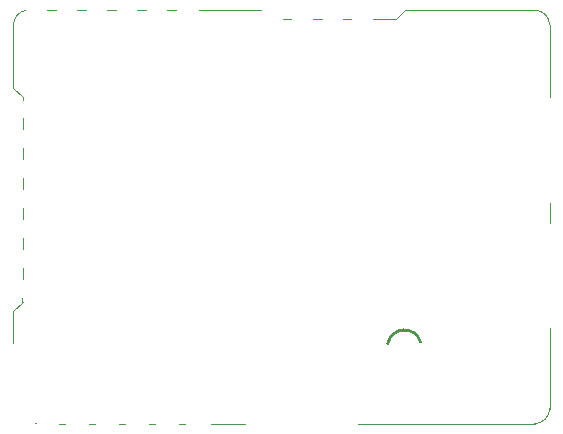
<source format=gko>
%FSLAX44Y44*%
%MOMM*%
G71*
G01*
G75*
G04 Layer_Color=16711935*
G04:AMPARAMS|DCode=10|XSize=2.8194mm|YSize=1.016mm|CornerRadius=0.508mm|HoleSize=0mm|Usage=FLASHONLY|Rotation=90.000|XOffset=0mm|YOffset=0mm|HoleType=Round|Shape=RoundedRectangle|*
%AMROUNDEDRECTD10*
21,1,2.8194,0.0000,0,0,90.0*
21,1,1.8034,1.0160,0,0,90.0*
1,1,1.0160,0.0000,0.9017*
1,1,1.0160,0.0000,-0.9017*
1,1,1.0160,0.0000,-0.9017*
1,1,1.0160,0.0000,0.9017*
%
%ADD10ROUNDEDRECTD10*%
G04:AMPARAMS|DCode=11|XSize=0.6096mm|YSize=1.7018mm|CornerRadius=0.3048mm|HoleSize=0mm|Usage=FLASHONLY|Rotation=0.000|XOffset=0mm|YOffset=0mm|HoleType=Round|Shape=RoundedRectangle|*
%AMROUNDEDRECTD11*
21,1,0.6096,1.0922,0,0,0.0*
21,1,0.0000,1.7018,0,0,0.0*
1,1,0.6096,0.0000,-0.5461*
1,1,0.6096,0.0000,-0.5461*
1,1,0.6096,0.0000,0.5461*
1,1,0.6096,0.0000,0.5461*
%
%ADD11ROUNDEDRECTD11*%
G04:AMPARAMS|DCode=12|XSize=0.508mm|YSize=0.6096mm|CornerRadius=0mm|HoleSize=0mm|Usage=FLASHONLY|Rotation=45.000|XOffset=0mm|YOffset=0mm|HoleType=Round|Shape=Rectangle|*
%AMROTATEDRECTD12*
4,1,4,0.0359,-0.3951,-0.3951,0.0359,-0.0359,0.3951,0.3951,-0.0359,0.0359,-0.3951,0.0*
%
%ADD12ROTATEDRECTD12*%

G04:AMPARAMS|DCode=13|XSize=0.3mm|YSize=1.8mm|CornerRadius=0mm|HoleSize=0mm|Usage=FLASHONLY|Rotation=225.000|XOffset=0mm|YOffset=0mm|HoleType=Round|Shape=Round|*
%AMOVALD13*
21,1,1.5000,0.3000,0.0000,0.0000,315.0*
1,1,0.3000,-0.5303,0.5303*
1,1,0.3000,0.5303,-0.5303*
%
%ADD13OVALD13*%

G04:AMPARAMS|DCode=14|XSize=0.3mm|YSize=1.8mm|CornerRadius=0mm|HoleSize=0mm|Usage=FLASHONLY|Rotation=315.000|XOffset=0mm|YOffset=0mm|HoleType=Round|Shape=Round|*
%AMOVALD14*
21,1,1.5000,0.3000,0.0000,0.0000,45.0*
1,1,0.3000,-0.5303,-0.5303*
1,1,0.3000,0.5303,0.5303*
%
%ADD14OVALD14*%

%ADD15R,0.6096X0.5080*%
%ADD16R,0.5080X0.6096*%
G04:AMPARAMS|DCode=17|XSize=0.508mm|YSize=0.6096mm|CornerRadius=0.127mm|HoleSize=0mm|Usage=FLASHONLY|Rotation=225.000|XOffset=0mm|YOffset=0mm|HoleType=Round|Shape=RoundedRectangle|*
%AMROUNDEDRECTD17*
21,1,0.5080,0.3556,0,0,225.0*
21,1,0.2540,0.6096,0,0,225.0*
1,1,0.2540,-0.2155,0.0359*
1,1,0.2540,-0.0359,0.2155*
1,1,0.2540,0.2155,-0.0359*
1,1,0.2540,0.0359,-0.2155*
%
%ADD17ROUNDEDRECTD17*%
%ADD18R,0.4318X1.3208*%
G04:AMPARAMS|DCode=19|XSize=0.6096mm|YSize=0.9144mm|CornerRadius=0.1524mm|HoleSize=0mm|Usage=FLASHONLY|Rotation=270.000|XOffset=0mm|YOffset=0mm|HoleType=Round|Shape=RoundedRectangle|*
%AMROUNDEDRECTD19*
21,1,0.6096,0.6096,0,0,270.0*
21,1,0.3048,0.9144,0,0,270.0*
1,1,0.3048,-0.3048,-0.1524*
1,1,0.3048,-0.3048,0.1524*
1,1,0.3048,0.3048,0.1524*
1,1,0.3048,0.3048,-0.1524*
%
%ADD19ROUNDEDRECTD19*%
G04:AMPARAMS|DCode=20|XSize=0.508mm|YSize=0.6096mm|CornerRadius=0.127mm|HoleSize=0mm|Usage=FLASHONLY|Rotation=90.000|XOffset=0mm|YOffset=0mm|HoleType=Round|Shape=RoundedRectangle|*
%AMROUNDEDRECTD20*
21,1,0.5080,0.3556,0,0,90.0*
21,1,0.2540,0.6096,0,0,90.0*
1,1,0.2540,0.1778,0.1270*
1,1,0.2540,0.1778,-0.1270*
1,1,0.2540,-0.1778,-0.1270*
1,1,0.2540,-0.1778,0.1270*
%
%ADD20ROUNDEDRECTD20*%
G04:AMPARAMS|DCode=21|XSize=0.4572mm|YSize=0.2286mm|CornerRadius=0.0572mm|HoleSize=0mm|Usage=FLASHONLY|Rotation=180.000|XOffset=0mm|YOffset=0mm|HoleType=Round|Shape=RoundedRectangle|*
%AMROUNDEDRECTD21*
21,1,0.4572,0.1143,0,0,180.0*
21,1,0.3429,0.2286,0,0,180.0*
1,1,0.1143,-0.1714,0.0572*
1,1,0.1143,0.1714,0.0572*
1,1,0.1143,0.1714,-0.0572*
1,1,0.1143,-0.1714,-0.0572*
%
%ADD21ROUNDEDRECTD21*%
G04:AMPARAMS|DCode=22|XSize=0.4572mm|YSize=0.2286mm|CornerRadius=0.0572mm|HoleSize=0mm|Usage=FLASHONLY|Rotation=90.000|XOffset=0mm|YOffset=0mm|HoleType=Round|Shape=RoundedRectangle|*
%AMROUNDEDRECTD22*
21,1,0.4572,0.1143,0,0,90.0*
21,1,0.3429,0.2286,0,0,90.0*
1,1,0.1143,0.0572,0.1714*
1,1,0.1143,0.0572,-0.1714*
1,1,0.1143,-0.0572,-0.1714*
1,1,0.1143,-0.0572,0.1714*
%
%ADD22ROUNDEDRECTD22*%
%ADD23R,0.9144X1.6002*%
G04:AMPARAMS|DCode=24|XSize=0.9144mm|YSize=1.6002mm|CornerRadius=0mm|HoleSize=0mm|Usage=FLASHONLY|Rotation=315.000|XOffset=0mm|YOffset=0mm|HoleType=Round|Shape=Rectangle|*
%AMROTATEDRECTD24*
4,1,4,-0.8891,-0.2425,0.2425,0.8891,0.8891,0.2425,-0.2425,-0.8891,-0.8891,-0.2425,0.0*
%
%ADD24ROTATEDRECTD24*%

%ADD25R,0.4064X0.4064*%
%ADD26R,0.6096X0.6096*%
%ADD27R,0.4572X1.7018*%
%ADD28R,0.4064X0.4064*%
%ADD29R,0.6096X0.6096*%
G04:AMPARAMS|DCode=30|XSize=1.4224mm|YSize=1.2192mm|CornerRadius=0mm|HoleSize=0mm|Usage=FLASHONLY|Rotation=315.019|XOffset=0mm|YOffset=0mm|HoleType=Round|Shape=Rectangle|*
%AMROTATEDRECTD30*
4,1,4,-0.9340,0.0715,-0.0722,0.9339,0.9340,-0.0715,0.0722,-0.9339,-0.9340,0.0715,0.0*
%
%ADD30ROTATEDRECTD30*%

%ADD31R,0.8128X0.8128*%
%ADD32R,1.1176X2.0066*%
%ADD33R,0.9144X0.7112*%
G04:AMPARAMS|DCode=34|XSize=0.7112mm|YSize=0.9144mm|CornerRadius=0.1778mm|HoleSize=0mm|Usage=FLASHONLY|Rotation=90.000|XOffset=0mm|YOffset=0mm|HoleType=Round|Shape=RoundedRectangle|*
%AMROUNDEDRECTD34*
21,1,0.7112,0.5588,0,0,90.0*
21,1,0.3556,0.9144,0,0,90.0*
1,1,0.3556,0.2794,0.1778*
1,1,0.3556,0.2794,-0.1778*
1,1,0.3556,-0.2794,-0.1778*
1,1,0.3556,-0.2794,0.1778*
%
%ADD34ROUNDEDRECTD34*%
G04:AMPARAMS|DCode=35|XSize=0.508mm|YSize=0.6096mm|CornerRadius=0mm|HoleSize=0mm|Usage=FLASHONLY|Rotation=270.010|XOffset=0mm|YOffset=0mm|HoleType=Round|Shape=Rectangle|*
%AMROTATEDRECTD35*
4,1,4,-0.3048,0.2540,0.3048,0.2541,0.3048,-0.2540,-0.3048,-0.2541,-0.3048,0.2540,0.0*
%
%ADD35ROTATEDRECTD35*%

G04:AMPARAMS|DCode=36|XSize=0.4064mm|YSize=1.0414mm|CornerRadius=0mm|HoleSize=0mm|Usage=FLASHONLY|Rotation=135.009|XOffset=0mm|YOffset=0mm|HoleType=Round|Shape=Rectangle|*
%AMROTATEDRECTD36*
4,1,4,0.5118,0.2246,-0.2244,-0.5119,-0.5118,-0.2246,0.2244,0.5119,0.5118,0.2246,0.0*
%
%ADD36ROTATEDRECTD36*%

G04:AMPARAMS|DCode=37|XSize=0.7112mm|YSize=0.9144mm|CornerRadius=0mm|HoleSize=0mm|Usage=FLASHONLY|Rotation=0.002|XOffset=0mm|YOffset=0mm|HoleType=Round|Shape=Rectangle|*
%AMROTATEDRECTD37*
4,1,4,-0.3556,-0.4572,-0.3556,0.4572,0.3556,0.4572,0.3556,-0.4572,-0.3556,-0.4572,0.0*
%
%ADD37ROTATEDRECTD37*%

%ADD38P,1.1495X4X315.0*%
G04:AMPARAMS|DCode=39|XSize=0.6604mm|YSize=0.3048mm|CornerRadius=0mm|HoleSize=0mm|Usage=FLASHONLY|Rotation=270.002|XOffset=0mm|YOffset=0mm|HoleType=Round|Shape=Rectangle|*
%AMROTATEDRECTD39*
4,1,4,-0.1524,0.3302,0.1524,0.3302,0.1524,-0.3302,-0.1524,-0.3302,-0.1524,0.3302,0.0*
%
%ADD39ROTATEDRECTD39*%

G04:AMPARAMS|DCode=40|XSize=0.6604mm|YSize=0.3048mm|CornerRadius=0mm|HoleSize=0mm|Usage=FLASHONLY|Rotation=180.002|XOffset=0mm|YOffset=0mm|HoleType=Round|Shape=Rectangle|*
%AMROTATEDRECTD40*
4,1,4,0.3302,0.1524,0.3302,-0.1524,-0.3302,-0.1524,-0.3302,0.1524,0.3302,0.1524,0.0*
%
%ADD40ROTATEDRECTD40*%

G04:AMPARAMS|DCode=41|XSize=0.7112mm|YSize=1.016mm|CornerRadius=0mm|HoleSize=0mm|Usage=FLASHONLY|Rotation=90.010|XOffset=0mm|YOffset=0mm|HoleType=Round|Shape=Rectangle|*
%AMROTATEDRECTD41*
4,1,4,0.5081,-0.3555,-0.5079,-0.3557,-0.5081,0.3555,0.5079,0.3557,0.5081,-0.3555,0.0*
%
%ADD41ROTATEDRECTD41*%

G04:AMPARAMS|DCode=42|XSize=0.7112mm|YSize=1.016mm|CornerRadius=0.1778mm|HoleSize=0mm|Usage=FLASHONLY|Rotation=90.010|XOffset=0mm|YOffset=0mm|HoleType=Round|Shape=RoundedRectangle|*
%AMROUNDEDRECTD42*
21,1,0.7112,0.6604,0,0,90.0*
21,1,0.3556,1.0160,0,0,90.0*
1,1,0.3556,0.3302,0.1779*
1,1,0.3556,0.3302,-0.1777*
1,1,0.3556,-0.3302,-0.1779*
1,1,0.3556,-0.3302,0.1777*
%
%ADD42ROUNDEDRECTD42*%
%ADD43R,0.4318X2.0066*%
%ADD44R,2.0066X0.4318*%
%ADD45R,3.5052X0.4318*%
G04:AMPARAMS|DCode=46|XSize=0.7112mm|YSize=0.9144mm|CornerRadius=0mm|HoleSize=0mm|Usage=FLASHONLY|Rotation=135.009|XOffset=0mm|YOffset=0mm|HoleType=Round|Shape=Rectangle|*
%AMROTATEDRECTD46*
4,1,4,0.5747,0.0719,-0.0717,-0.5747,-0.5747,-0.0719,0.0717,0.5747,0.5747,0.0719,0.0*
%
%ADD46ROTATEDRECTD46*%

G04:AMPARAMS|DCode=47|XSize=0.508mm|YSize=0.6096mm|CornerRadius=0mm|HoleSize=0mm|Usage=FLASHONLY|Rotation=0.002|XOffset=0mm|YOffset=0mm|HoleType=Round|Shape=Rectangle|*
%AMROTATEDRECTD47*
4,1,4,-0.2540,-0.3048,-0.2540,0.3048,0.2540,0.3048,0.2540,-0.3048,-0.2540,-0.3048,0.0*
%
%ADD47ROTATEDRECTD47*%

G04:AMPARAMS|DCode=48|XSize=0.6096mm|YSize=0.9144mm|CornerRadius=0.1524mm|HoleSize=0mm|Usage=FLASHONLY|Rotation=180.000|XOffset=0mm|YOffset=0mm|HoleType=Round|Shape=RoundedRectangle|*
%AMROUNDEDRECTD48*
21,1,0.6096,0.6096,0,0,180.0*
21,1,0.3048,0.9144,0,0,180.0*
1,1,0.3048,-0.1524,0.3048*
1,1,0.3048,0.1524,0.3048*
1,1,0.3048,0.1524,-0.3048*
1,1,0.3048,-0.1524,-0.3048*
%
%ADD48ROUNDEDRECTD48*%
G04:AMPARAMS|DCode=49|XSize=0.6096mm|YSize=0.9144mm|CornerRadius=0.1524mm|HoleSize=0mm|Usage=FLASHONLY|Rotation=45.000|XOffset=0mm|YOffset=0mm|HoleType=Round|Shape=RoundedRectangle|*
%AMROUNDEDRECTD49*
21,1,0.6096,0.6096,0,0,45.0*
21,1,0.3048,0.9144,0,0,45.0*
1,1,0.3048,0.3233,-0.1078*
1,1,0.3048,0.1078,-0.3233*
1,1,0.3048,-0.3233,0.1078*
1,1,0.3048,-0.1078,0.3233*
%
%ADD49ROUNDEDRECTD49*%
G04:AMPARAMS|DCode=50|XSize=0.7112mm|YSize=0.9144mm|CornerRadius=0mm|HoleSize=0mm|Usage=FLASHONLY|Rotation=45.011|XOffset=0mm|YOffset=0mm|HoleType=Round|Shape=Rectangle|*
%AMROTATEDRECTD50*
4,1,4,0.0720,-0.5747,-0.5747,0.0717,-0.0720,0.5747,0.5747,-0.0717,0.0720,-0.5747,0.0*
%
%ADD50ROTATEDRECTD50*%

G04:AMPARAMS|DCode=51|XSize=0.7112mm|YSize=0.9144mm|CornerRadius=0mm|HoleSize=0mm|Usage=FLASHONLY|Rotation=0.010|XOffset=0mm|YOffset=0mm|HoleType=Round|Shape=Rectangle|*
%AMROTATEDRECTD51*
4,1,4,-0.3555,-0.4573,-0.3557,0.4571,0.3555,0.4573,0.3557,-0.4571,-0.3555,-0.4573,0.0*
%
%ADD51ROTATEDRECTD51*%

G04:AMPARAMS|DCode=52|XSize=1.4224mm|YSize=1.0668mm|CornerRadius=0mm|HoleSize=0mm|Usage=FLASHONLY|Rotation=270.010|XOffset=0mm|YOffset=0mm|HoleType=Round|Shape=Rectangle|*
%AMROTATEDRECTD52*
4,1,4,-0.5335,0.7111,0.5333,0.7113,0.5335,-0.7111,-0.5333,-0.7113,-0.5335,0.7111,0.0*
%
%ADD52ROTATEDRECTD52*%

G04:AMPARAMS|DCode=53|XSize=0.7112mm|YSize=0.9144mm|CornerRadius=0mm|HoleSize=0mm|Usage=FLASHONLY|Rotation=90.010|XOffset=0mm|YOffset=0mm|HoleType=Round|Shape=Rectangle|*
%AMROTATEDRECTD53*
4,1,4,0.4573,-0.3555,-0.4571,-0.3557,-0.4573,0.3555,0.4571,0.3557,0.4573,-0.3555,0.0*
%
%ADD53ROTATEDRECTD53*%

G04:AMPARAMS|DCode=54|XSize=0.508mm|YSize=0.6096mm|CornerRadius=0mm|HoleSize=0mm|Usage=FLASHONLY|Rotation=135.000|XOffset=0mm|YOffset=0mm|HoleType=Round|Shape=Rectangle|*
%AMROTATEDRECTD54*
4,1,4,0.3951,0.0359,-0.0359,-0.3951,-0.3951,-0.0359,0.0359,0.3951,0.3951,0.0359,0.0*
%
%ADD54ROTATEDRECTD54*%

G04:AMPARAMS|DCode=55|XSize=0.5588mm|YSize=1.2192mm|CornerRadius=0.1397mm|HoleSize=0mm|Usage=FLASHONLY|Rotation=0.002|XOffset=0mm|YOffset=0mm|HoleType=Round|Shape=RoundedRectangle|*
%AMROUNDEDRECTD55*
21,1,0.5588,0.9398,0,0,0.0*
21,1,0.2794,1.2192,0,0,0.0*
1,1,0.2794,0.1397,-0.4699*
1,1,0.2794,-0.1397,-0.4699*
1,1,0.2794,-0.1397,0.4699*
1,1,0.2794,0.1397,0.4699*
%
%ADD55ROUNDEDRECTD55*%
G04:AMPARAMS|DCode=56|XSize=0.5588mm|YSize=1.2192mm|CornerRadius=0mm|HoleSize=0mm|Usage=FLASHONLY|Rotation=0.002|XOffset=0mm|YOffset=0mm|HoleType=Round|Shape=Rectangle|*
%AMROTATEDRECTD56*
4,1,4,-0.2794,-0.6096,-0.2794,0.6096,0.2794,0.6096,0.2794,-0.6096,-0.2794,-0.6096,0.0*
%
%ADD56ROTATEDRECTD56*%

G04:AMPARAMS|DCode=57|XSize=0.508mm|YSize=0.6096mm|CornerRadius=0mm|HoleSize=0mm|Usage=FLASHONLY|Rotation=135.009|XOffset=0mm|YOffset=0mm|HoleType=Round|Shape=Rectangle|*
%AMROTATEDRECTD57*
4,1,4,0.3951,0.0360,-0.0359,-0.3951,-0.3951,-0.0360,0.0359,0.3951,0.3951,0.0360,0.0*
%
%ADD57ROTATEDRECTD57*%

%ADD58R,1.4986X2.1082*%
%ADD59R,2.3876X1.9050*%
%ADD60R,1.1938X1.9050*%
%ADD61R,1.0160X1.1176*%
%ADD62R,1.3208X0.7112*%
%ADD63R,1.6002X0.9144*%
%ADD64C,0.1270*%
%ADD65C,0.3000*%
%ADD66C,0.5000*%
%ADD67C,0.7000*%
%ADD68C,0.2540*%
%ADD69C,0.3810*%
%ADD70O,2.5400X7.0000*%
%ADD71C,1.5000*%
%ADD72R,1.5000X1.5000*%
%ADD73C,4.1148*%
%ADD74C,4.6863*%
%ADD75R,1.2192X1.2192*%
%ADD76C,1.2192*%
%ADD77C,3.0861*%
%ADD78C,2.0860*%
G04:AMPARAMS|DCode=79|XSize=1.5mm|YSize=1mm|CornerRadius=0.25mm|HoleSize=0mm|Usage=FLASHONLY|Rotation=180.000|XOffset=0mm|YOffset=0mm|HoleType=Round|Shape=RoundedRectangle|*
%AMROUNDEDRECTD79*
21,1,1.5000,0.5000,0,0,180.0*
21,1,1.0000,1.0000,0,0,180.0*
1,1,0.5000,-0.5000,0.2500*
1,1,0.5000,0.5000,0.2500*
1,1,0.5000,0.5000,-0.2500*
1,1,0.5000,-0.5000,-0.2500*
%
%ADD79ROUNDEDRECTD79*%
%ADD80C,0.4500*%
%ADD81O,3.0000X9.0000*%
%ADD82R,0.7366X2.5000*%
%ADD83R,0.7366X2.7940*%
G04:AMPARAMS|DCode=84|XSize=1.016mm|YSize=1.016mm|CornerRadius=0.508mm|HoleSize=0mm|Usage=FLASHONLY|Rotation=90.000|XOffset=0mm|YOffset=0mm|HoleType=Round|Shape=RoundedRectangle|*
%AMROUNDEDRECTD84*
21,1,1.0160,0.0000,0,0,90.0*
21,1,0.0000,1.0160,0,0,90.0*
1,1,1.0160,0.0000,0.0000*
1,1,1.0160,0.0000,0.0000*
1,1,1.0160,0.0000,0.0000*
1,1,1.0160,0.0000,0.0000*
%
%ADD84ROUNDEDRECTD84*%
G04:AMPARAMS|DCode=85|XSize=1.27mm|YSize=1.27mm|CornerRadius=0.635mm|HoleSize=0mm|Usage=FLASHONLY|Rotation=90.000|XOffset=0mm|YOffset=0mm|HoleType=Round|Shape=RoundedRectangle|*
%AMROUNDEDRECTD85*
21,1,1.2700,0.0000,0,0,90.0*
21,1,0.0000,1.2700,0,0,90.0*
1,1,1.2700,0.0000,0.0000*
1,1,1.2700,0.0000,0.0000*
1,1,1.2700,0.0000,0.0000*
1,1,1.2700,0.0000,0.0000*
%
%ADD85ROUNDEDRECTD85*%
%ADD86C,0.0127*%
%ADD87C,0.6000*%
%ADD88C,0.2500*%
%ADD89C,0.1016*%
%ADD90C,0.3048*%
%ADD91C,0.2032*%
%ADD92C,0.0000*%
%ADD93C,0.0130*%
%ADD94C,0.2000*%
%ADD95C,0.1524*%
%ADD96C,0.5080*%
%ADD97C,1.6002*%
%ADD98C,0.4064*%
%ADD99R,0.0124X0.0218*%
%ADD100R,0.0232X0.0193*%
%ADD101R,0.0122X0.1005*%
%ADD102R,0.0225X0.1053*%
%ADD103R,1.3257X0.0530*%
%ADD104R,0.0055X0.0608*%
%ADD105R,0.7226X0.1174*%
%ADD106R,0.0406X0.0331*%
%ADD107R,0.0126X0.0144*%
%ADD108R,0.0245X0.0060*%
%ADD109R,0.0323X0.0218*%
%ADD110R,0.0323X0.0207*%
%ADD111R,0.0082X0.0146*%
%ADD112R,0.0254X0.0212*%
%ADD113R,0.0044X0.0416*%
%ADD114R,0.0337X0.0459*%
%ADD115R,0.0049X0.0274*%
%ADD116R,0.0497X0.0384*%
%ADD117R,0.0472X0.0218*%
%ADD118R,0.0427X0.0300*%
%ADD119R,0.0572X0.0286*%
%ADD120R,0.0335X0.0872*%
%ADD121R,0.0398X0.0221*%
%ADD122R,0.0732X0.0568*%
%ADD123R,0.0288X0.0181*%
%ADD124R,0.0393X0.0104*%
%ADD125R,0.0484X0.0328*%
%ADD126R,0.0541X0.0809*%
%ADD127R,0.0479X0.0922*%
%ADD128R,0.0304X0.0082*%
%ADD129R,0.0294X0.1092*%
%ADD130R,0.0278X0.0228*%
%ADD131R,0.0168X0.0271*%
%ADD132R,0.0227X0.0739*%
%ADD133R,0.0521X0.0883*%
%ADD134R,0.0356X0.1063*%
%ADD135R,0.0039X0.0299*%
%ADD136R,0.0735X0.0567*%
%ADD137R,0.0876X0.0324*%
%ADD138R,0.1143X0.0771*%
%ADD139R,0.0019X0.0732*%
%ADD140R,0.0077X0.0288*%
%ADD141R,0.0432X0.0393*%
%ADD142R,0.0587X0.0587*%
%ADD143R,0.1174X0.0587*%
%ADD144R,0.7209X0.1174*%
%ADD145R,0.1154X0.0734*%
%ADD146R,0.1174X0.5264*%
%ADD147R,0.7193X0.1174*%
%ADD148R,0.1174X0.5264*%
G04:AMPARAMS|DCode=149|XSize=0.1524mm|YSize=0.6048mm|CornerRadius=0mm|HoleSize=0mm|Usage=FLASHONLY|Rotation=45.000|XOffset=0mm|YOffset=0mm|HoleType=Round|Shape=Rectangle|*
%AMROTATEDRECTD149*
4,1,4,0.1600,-0.2677,-0.2677,0.1600,-0.1600,0.2677,0.2677,-0.1600,0.1600,-0.2677,0.0*
%
%ADD149ROTATEDRECTD149*%

%ADD150R,0.6048X0.1524*%
%ADD151R,0.1524X0.6048*%
G04:AMPARAMS|DCode=152|XSize=0.1524mm|YSize=0.6048mm|CornerRadius=0mm|HoleSize=0mm|Usage=FLASHONLY|Rotation=270.010|XOffset=0mm|YOffset=0mm|HoleType=Round|Shape=Rectangle|*
%AMROTATEDRECTD152*
4,1,4,-0.3024,0.0762,0.3024,0.0763,0.3024,-0.0762,-0.3024,-0.0763,-0.3024,0.0762,0.0*
%
%ADD152ROTATEDRECTD152*%

G04:AMPARAMS|DCode=153|XSize=0.1524mm|YSize=0.6048mm|CornerRadius=0mm|HoleSize=0mm|Usage=FLASHONLY|Rotation=0.002|XOffset=0mm|YOffset=0mm|HoleType=Round|Shape=Rectangle|*
%AMROTATEDRECTD153*
4,1,4,-0.0762,-0.3024,-0.0762,0.3024,0.0762,0.3024,0.0762,-0.3024,-0.0762,-0.3024,0.0*
%
%ADD153ROTATEDRECTD153*%

%ADD154R,0.7112X0.4064*%
G04:AMPARAMS|DCode=155|XSize=0.1524mm|YSize=0.6048mm|CornerRadius=0mm|HoleSize=0mm|Usage=FLASHONLY|Rotation=135.000|XOffset=0mm|YOffset=0mm|HoleType=Round|Shape=Rectangle|*
%AMROTATEDRECTD155*
4,1,4,0.2677,0.1600,-0.1600,-0.2677,-0.2677,-0.1600,0.1600,0.2677,0.2677,0.1600,0.0*
%
%ADD155ROTATEDRECTD155*%

%ADD156R,0.7620X0.4572*%
G04:AMPARAMS|DCode=157|XSize=2.6162mm|YSize=0.8128mm|CornerRadius=0.4064mm|HoleSize=0mm|Usage=FLASHONLY|Rotation=90.000|XOffset=0mm|YOffset=0mm|HoleType=Round|Shape=RoundedRectangle|*
%AMROUNDEDRECTD157*
21,1,2.6162,0.0000,0,0,90.0*
21,1,1.8034,0.8128,0,0,90.0*
1,1,0.8128,0.0000,0.9017*
1,1,0.8128,0.0000,-0.9017*
1,1,0.8128,0.0000,-0.9017*
1,1,0.8128,0.0000,0.9017*
%
%ADD157ROUNDEDRECTD157*%
G04:AMPARAMS|DCode=158|XSize=0.4064mm|YSize=1.4986mm|CornerRadius=0.2032mm|HoleSize=0mm|Usage=FLASHONLY|Rotation=0.000|XOffset=0mm|YOffset=0mm|HoleType=Round|Shape=RoundedRectangle|*
%AMROUNDEDRECTD158*
21,1,0.4064,1.0922,0,0,0.0*
21,1,0.0000,1.4986,0,0,0.0*
1,1,0.4064,0.0000,-0.5461*
1,1,0.4064,0.0000,-0.5461*
1,1,0.4064,0.0000,0.5461*
1,1,0.4064,0.0000,0.5461*
%
%ADD158ROUNDEDRECTD158*%
G04:AMPARAMS|DCode=159|XSize=0.3048mm|YSize=0.4064mm|CornerRadius=0mm|HoleSize=0mm|Usage=FLASHONLY|Rotation=45.000|XOffset=0mm|YOffset=0mm|HoleType=Round|Shape=Rectangle|*
%AMROTATEDRECTD159*
4,1,4,0.0359,-0.2515,-0.2515,0.0359,-0.0359,0.2515,0.2515,-0.0359,0.0359,-0.2515,0.0*
%
%ADD159ROTATEDRECTD159*%

G04:AMPARAMS|DCode=160|XSize=0.0968mm|YSize=1.5968mm|CornerRadius=0mm|HoleSize=0mm|Usage=FLASHONLY|Rotation=225.000|XOffset=0mm|YOffset=0mm|HoleType=Round|Shape=Round|*
%AMOVALD160*
21,1,1.5000,0.0968,0.0000,0.0000,315.0*
1,1,0.0968,-0.5303,0.5303*
1,1,0.0968,0.5303,-0.5303*
%
%ADD160OVALD160*%

G04:AMPARAMS|DCode=161|XSize=0.0968mm|YSize=1.5968mm|CornerRadius=0mm|HoleSize=0mm|Usage=FLASHONLY|Rotation=315.000|XOffset=0mm|YOffset=0mm|HoleType=Round|Shape=Round|*
%AMOVALD161*
21,1,1.5000,0.0968,0.0000,0.0000,45.0*
1,1,0.0968,-0.5303,-0.5303*
1,1,0.0968,0.5303,0.5303*
%
%ADD161OVALD161*%

%ADD162R,0.4064X0.3048*%
%ADD163R,0.3048X0.4064*%
G04:AMPARAMS|DCode=164|XSize=0.3048mm|YSize=0.4064mm|CornerRadius=0.0254mm|HoleSize=0mm|Usage=FLASHONLY|Rotation=225.000|XOffset=0mm|YOffset=0mm|HoleType=Round|Shape=RoundedRectangle|*
%AMROUNDEDRECTD164*
21,1,0.3048,0.3556,0,0,225.0*
21,1,0.2540,0.4064,0,0,225.0*
1,1,0.0508,-0.2155,0.0359*
1,1,0.0508,-0.0359,0.2155*
1,1,0.0508,0.2155,-0.0359*
1,1,0.0508,0.0359,-0.2155*
%
%ADD164ROUNDEDRECTD164*%
%ADD165R,0.2286X1.1176*%
G04:AMPARAMS|DCode=166|XSize=0.4064mm|YSize=0.7112mm|CornerRadius=0.0508mm|HoleSize=0mm|Usage=FLASHONLY|Rotation=270.000|XOffset=0mm|YOffset=0mm|HoleType=Round|Shape=RoundedRectangle|*
%AMROUNDEDRECTD166*
21,1,0.4064,0.6096,0,0,270.0*
21,1,0.3048,0.7112,0,0,270.0*
1,1,0.1016,-0.3048,-0.1524*
1,1,0.1016,-0.3048,0.1524*
1,1,0.1016,0.3048,0.1524*
1,1,0.1016,0.3048,-0.1524*
%
%ADD166ROUNDEDRECTD166*%
G04:AMPARAMS|DCode=167|XSize=0.3048mm|YSize=0.4064mm|CornerRadius=0.0254mm|HoleSize=0mm|Usage=FLASHONLY|Rotation=90.000|XOffset=0mm|YOffset=0mm|HoleType=Round|Shape=RoundedRectangle|*
%AMROUNDEDRECTD167*
21,1,0.3048,0.3556,0,0,90.0*
21,1,0.2540,0.4064,0,0,90.0*
1,1,0.0508,0.1778,0.1270*
1,1,0.0508,0.1778,-0.1270*
1,1,0.0508,-0.1778,-0.1270*
1,1,0.0508,-0.1778,0.1270*
%
%ADD167ROUNDEDRECTD167*%
G04:AMPARAMS|DCode=168|XSize=0.254mm|YSize=0.0254mm|CornerRadius=0mm|HoleSize=0mm|Usage=FLASHONLY|Rotation=180.000|XOffset=0mm|YOffset=0mm|HoleType=Round|Shape=RoundedRectangle|*
%AMROUNDEDRECTD168*
21,1,0.2540,0.0254,0,0,180.0*
21,1,0.2540,0.0254,0,0,180.0*
1,1,0.0000,-0.1270,0.0127*
1,1,0.0000,0.1270,0.0127*
1,1,0.0000,0.1270,-0.0127*
1,1,0.0000,-0.1270,-0.0127*
%
%ADD168ROUNDEDRECTD168*%
G04:AMPARAMS|DCode=169|XSize=0.254mm|YSize=0.0254mm|CornerRadius=0mm|HoleSize=0mm|Usage=FLASHONLY|Rotation=90.000|XOffset=0mm|YOffset=0mm|HoleType=Round|Shape=RoundedRectangle|*
%AMROUNDEDRECTD169*
21,1,0.2540,0.0254,0,0,90.0*
21,1,0.2540,0.0254,0,0,90.0*
1,1,0.0000,0.0127,0.1270*
1,1,0.0000,0.0127,-0.1270*
1,1,0.0000,-0.0127,-0.1270*
1,1,0.0000,-0.0127,0.1270*
%
%ADD169ROUNDEDRECTD169*%
%ADD170R,0.7112X1.3970*%
G04:AMPARAMS|DCode=171|XSize=0.7112mm|YSize=1.397mm|CornerRadius=0mm|HoleSize=0mm|Usage=FLASHONLY|Rotation=315.000|XOffset=0mm|YOffset=0mm|HoleType=Round|Shape=Rectangle|*
%AMROTATEDRECTD171*
4,1,4,-0.7454,-0.2425,0.2425,0.7454,0.7454,0.2425,-0.2425,-0.7454,-0.7454,-0.2425,0.0*
%
%ADD171ROTATEDRECTD171*%

%ADD172R,0.2032X0.2032*%
%ADD173R,0.2540X1.4986*%
%ADD174R,0.2032X0.2032*%
G04:AMPARAMS|DCode=175|XSize=1.2192mm|YSize=1.016mm|CornerRadius=0mm|HoleSize=0mm|Usage=FLASHONLY|Rotation=315.019|XOffset=0mm|YOffset=0mm|HoleType=Round|Shape=Rectangle|*
%AMROTATEDRECTD175*
4,1,4,-0.7903,0.0716,-0.0721,0.7902,0.7903,-0.0716,0.0721,-0.7902,-0.7903,0.0716,0.0*
%
%ADD175ROTATEDRECTD175*%

%ADD176R,0.9144X1.8034*%
%ADD177R,0.7112X0.5080*%
G04:AMPARAMS|DCode=178|XSize=0.508mm|YSize=0.7112mm|CornerRadius=0.0762mm|HoleSize=0mm|Usage=FLASHONLY|Rotation=90.000|XOffset=0mm|YOffset=0mm|HoleType=Round|Shape=RoundedRectangle|*
%AMROUNDEDRECTD178*
21,1,0.5080,0.5588,0,0,90.0*
21,1,0.3556,0.7112,0,0,90.0*
1,1,0.1524,0.2794,0.1778*
1,1,0.1524,0.2794,-0.1778*
1,1,0.1524,-0.2794,-0.1778*
1,1,0.1524,-0.2794,0.1778*
%
%ADD178ROUNDEDRECTD178*%
G04:AMPARAMS|DCode=179|XSize=0.3048mm|YSize=0.4064mm|CornerRadius=0mm|HoleSize=0mm|Usage=FLASHONLY|Rotation=270.010|XOffset=0mm|YOffset=0mm|HoleType=Round|Shape=Rectangle|*
%AMROTATEDRECTD179*
4,1,4,-0.2032,0.1524,0.2032,0.1524,0.2032,-0.1524,-0.2032,-0.1524,-0.2032,0.1524,0.0*
%
%ADD179ROTATEDRECTD179*%

G04:AMPARAMS|DCode=180|XSize=0.2032mm|YSize=0.8382mm|CornerRadius=0mm|HoleSize=0mm|Usage=FLASHONLY|Rotation=135.009|XOffset=0mm|YOffset=0mm|HoleType=Round|Shape=Rectangle|*
%AMROTATEDRECTD180*
4,1,4,0.3682,0.2246,-0.2245,-0.3682,-0.3682,-0.2246,0.2245,0.3682,0.3682,0.2246,0.0*
%
%ADD180ROTATEDRECTD180*%

G04:AMPARAMS|DCode=181|XSize=0.508mm|YSize=0.7112mm|CornerRadius=0mm|HoleSize=0mm|Usage=FLASHONLY|Rotation=0.002|XOffset=0mm|YOffset=0mm|HoleType=Round|Shape=Rectangle|*
%AMROTATEDRECTD181*
4,1,4,-0.2540,-0.3556,-0.2540,0.3556,0.2540,0.3556,0.2540,-0.3556,-0.2540,-0.3556,0.0*
%
%ADD181ROTATEDRECTD181*%

G04:AMPARAMS|DCode=182|XSize=0.4572mm|YSize=0.1016mm|CornerRadius=0mm|HoleSize=0mm|Usage=FLASHONLY|Rotation=270.002|XOffset=0mm|YOffset=0mm|HoleType=Round|Shape=Rectangle|*
%AMROTATEDRECTD182*
4,1,4,-0.0508,0.2286,0.0508,0.2286,0.0508,-0.2286,-0.0508,-0.2286,-0.0508,0.2286,0.0*
%
%ADD182ROTATEDRECTD182*%

G04:AMPARAMS|DCode=183|XSize=0.4572mm|YSize=0.1016mm|CornerRadius=0mm|HoleSize=0mm|Usage=FLASHONLY|Rotation=180.002|XOffset=0mm|YOffset=0mm|HoleType=Round|Shape=Rectangle|*
%AMROTATEDRECTD183*
4,1,4,0.2286,0.0508,0.2286,-0.0508,-0.2286,-0.0508,-0.2286,0.0508,0.2286,0.0508,0.0*
%
%ADD183ROTATEDRECTD183*%

G04:AMPARAMS|DCode=184|XSize=0.508mm|YSize=0.8128mm|CornerRadius=0mm|HoleSize=0mm|Usage=FLASHONLY|Rotation=90.010|XOffset=0mm|YOffset=0mm|HoleType=Round|Shape=Rectangle|*
%AMROTATEDRECTD184*
4,1,4,0.4064,-0.2539,-0.4064,-0.2541,-0.4064,0.2539,0.4064,0.2541,0.4064,-0.2539,0.0*
%
%ADD184ROTATEDRECTD184*%

G04:AMPARAMS|DCode=185|XSize=0.508mm|YSize=0.8128mm|CornerRadius=0.0762mm|HoleSize=0mm|Usage=FLASHONLY|Rotation=90.010|XOffset=0mm|YOffset=0mm|HoleType=Round|Shape=RoundedRectangle|*
%AMROUNDEDRECTD185*
21,1,0.5080,0.6604,0,0,90.0*
21,1,0.3556,0.8128,0,0,90.0*
1,1,0.1524,0.3302,0.1779*
1,1,0.1524,0.3302,-0.1777*
1,1,0.1524,-0.3302,-0.1779*
1,1,0.1524,-0.3302,0.1777*
%
%ADD185ROUNDEDRECTD185*%
%ADD186R,0.2286X1.8034*%
%ADD187R,1.8034X0.2286*%
%ADD188R,3.3020X0.2286*%
G04:AMPARAMS|DCode=189|XSize=0.508mm|YSize=0.7112mm|CornerRadius=0mm|HoleSize=0mm|Usage=FLASHONLY|Rotation=135.009|XOffset=0mm|YOffset=0mm|HoleType=Round|Shape=Rectangle|*
%AMROTATEDRECTD189*
4,1,4,0.4310,0.0719,-0.0718,-0.4311,-0.4310,-0.0719,0.0718,0.4311,0.4310,0.0719,0.0*
%
%ADD189ROTATEDRECTD189*%

G04:AMPARAMS|DCode=190|XSize=0.3048mm|YSize=0.4064mm|CornerRadius=0mm|HoleSize=0mm|Usage=FLASHONLY|Rotation=0.002|XOffset=0mm|YOffset=0mm|HoleType=Round|Shape=Rectangle|*
%AMROTATEDRECTD190*
4,1,4,-0.1524,-0.2032,-0.1524,0.2032,0.1524,0.2032,0.1524,-0.2032,-0.1524,-0.2032,0.0*
%
%ADD190ROTATEDRECTD190*%

G04:AMPARAMS|DCode=191|XSize=0.4064mm|YSize=0.7112mm|CornerRadius=0.0508mm|HoleSize=0mm|Usage=FLASHONLY|Rotation=180.000|XOffset=0mm|YOffset=0mm|HoleType=Round|Shape=RoundedRectangle|*
%AMROUNDEDRECTD191*
21,1,0.4064,0.6096,0,0,180.0*
21,1,0.3048,0.7112,0,0,180.0*
1,1,0.1016,-0.1524,0.3048*
1,1,0.1016,0.1524,0.3048*
1,1,0.1016,0.1524,-0.3048*
1,1,0.1016,-0.1524,-0.3048*
%
%ADD191ROUNDEDRECTD191*%
G04:AMPARAMS|DCode=192|XSize=0.4064mm|YSize=0.7112mm|CornerRadius=0.0508mm|HoleSize=0mm|Usage=FLASHONLY|Rotation=45.000|XOffset=0mm|YOffset=0mm|HoleType=Round|Shape=RoundedRectangle|*
%AMROUNDEDRECTD192*
21,1,0.4064,0.6096,0,0,45.0*
21,1,0.3048,0.7112,0,0,45.0*
1,1,0.1016,0.3233,-0.1078*
1,1,0.1016,0.1078,-0.3233*
1,1,0.1016,-0.3233,0.1078*
1,1,0.1016,-0.1078,0.3233*
%
%ADD192ROUNDEDRECTD192*%
G04:AMPARAMS|DCode=193|XSize=0.508mm|YSize=0.7112mm|CornerRadius=0mm|HoleSize=0mm|Usage=FLASHONLY|Rotation=45.011|XOffset=0mm|YOffset=0mm|HoleType=Round|Shape=Rectangle|*
%AMROTATEDRECTD193*
4,1,4,0.0719,-0.4310,-0.4311,0.0718,-0.0719,0.4310,0.4311,-0.0718,0.0719,-0.4310,0.0*
%
%ADD193ROTATEDRECTD193*%

G04:AMPARAMS|DCode=194|XSize=0.508mm|YSize=0.7112mm|CornerRadius=0mm|HoleSize=0mm|Usage=FLASHONLY|Rotation=0.010|XOffset=0mm|YOffset=0mm|HoleType=Round|Shape=Rectangle|*
%AMROTATEDRECTD194*
4,1,4,-0.2539,-0.3556,-0.2541,0.3556,0.2539,0.3556,0.2541,-0.3556,-0.2539,-0.3556,0.0*
%
%ADD194ROTATEDRECTD194*%

G04:AMPARAMS|DCode=195|XSize=1.2192mm|YSize=0.8636mm|CornerRadius=0mm|HoleSize=0mm|Usage=FLASHONLY|Rotation=270.010|XOffset=0mm|YOffset=0mm|HoleType=Round|Shape=Rectangle|*
%AMROTATEDRECTD195*
4,1,4,-0.4319,0.6095,0.4317,0.6097,0.4319,-0.6095,-0.4317,-0.6097,-0.4319,0.6095,0.0*
%
%ADD195ROTATEDRECTD195*%

G04:AMPARAMS|DCode=196|XSize=0.508mm|YSize=0.7112mm|CornerRadius=0mm|HoleSize=0mm|Usage=FLASHONLY|Rotation=90.010|XOffset=0mm|YOffset=0mm|HoleType=Round|Shape=Rectangle|*
%AMROTATEDRECTD196*
4,1,4,0.3556,-0.2539,-0.3556,-0.2541,-0.3556,0.2539,0.3556,0.2541,0.3556,-0.2539,0.0*
%
%ADD196ROTATEDRECTD196*%

G04:AMPARAMS|DCode=197|XSize=0.3048mm|YSize=0.4064mm|CornerRadius=0mm|HoleSize=0mm|Usage=FLASHONLY|Rotation=135.000|XOffset=0mm|YOffset=0mm|HoleType=Round|Shape=Rectangle|*
%AMROTATEDRECTD197*
4,1,4,0.2515,0.0359,-0.0359,-0.2515,-0.2515,-0.0359,0.0359,0.2515,0.2515,0.0359,0.0*
%
%ADD197ROTATEDRECTD197*%

G04:AMPARAMS|DCode=198|XSize=0.3556mm|YSize=1.016mm|CornerRadius=0.0381mm|HoleSize=0mm|Usage=FLASHONLY|Rotation=0.002|XOffset=0mm|YOffset=0mm|HoleType=Round|Shape=RoundedRectangle|*
%AMROUNDEDRECTD198*
21,1,0.3556,0.9398,0,0,0.0*
21,1,0.2794,1.0160,0,0,0.0*
1,1,0.0762,0.1397,-0.4699*
1,1,0.0762,-0.1397,-0.4699*
1,1,0.0762,-0.1397,0.4699*
1,1,0.0762,0.1397,0.4699*
%
%ADD198ROUNDEDRECTD198*%
G04:AMPARAMS|DCode=199|XSize=0.3556mm|YSize=1.016mm|CornerRadius=0mm|HoleSize=0mm|Usage=FLASHONLY|Rotation=0.002|XOffset=0mm|YOffset=0mm|HoleType=Round|Shape=Rectangle|*
%AMROTATEDRECTD199*
4,1,4,-0.1778,-0.5080,-0.1778,0.5080,0.1778,0.5080,0.1778,-0.5080,-0.1778,-0.5080,0.0*
%
%ADD199ROTATEDRECTD199*%

G04:AMPARAMS|DCode=200|XSize=0.3048mm|YSize=0.4064mm|CornerRadius=0mm|HoleSize=0mm|Usage=FLASHONLY|Rotation=135.009|XOffset=0mm|YOffset=0mm|HoleType=Round|Shape=Rectangle|*
%AMROTATEDRECTD200*
4,1,4,0.2514,0.0360,-0.0359,-0.2515,-0.2514,-0.0360,0.0359,0.2515,0.2514,0.0360,0.0*
%
%ADD200ROTATEDRECTD200*%

%ADD201R,1.2954X1.9050*%
%ADD202R,2.1844X1.7018*%
%ADD203R,0.9906X1.7018*%
%ADD204R,0.8128X0.9144*%
%ADD205R,1.1176X0.5080*%
%ADD206R,1.3970X0.7112*%
G04:AMPARAMS|DCode=207|XSize=2.8702mm|YSize=1.0668mm|CornerRadius=0.5334mm|HoleSize=0mm|Usage=FLASHONLY|Rotation=90.000|XOffset=0mm|YOffset=0mm|HoleType=Round|Shape=RoundedRectangle|*
%AMROUNDEDRECTD207*
21,1,2.8702,0.0000,0,0,90.0*
21,1,1.8034,1.0668,0,0,90.0*
1,1,1.0668,0.0000,0.9017*
1,1,1.0668,0.0000,-0.9017*
1,1,1.0668,0.0000,-0.9017*
1,1,1.0668,0.0000,0.9017*
%
%ADD207ROUNDEDRECTD207*%
G04:AMPARAMS|DCode=208|XSize=0.6604mm|YSize=1.7526mm|CornerRadius=0.3302mm|HoleSize=0mm|Usage=FLASHONLY|Rotation=0.000|XOffset=0mm|YOffset=0mm|HoleType=Round|Shape=RoundedRectangle|*
%AMROUNDEDRECTD208*
21,1,0.6604,1.0922,0,0,0.0*
21,1,0.0000,1.7526,0,0,0.0*
1,1,0.6604,0.0000,-0.5461*
1,1,0.6604,0.0000,-0.5461*
1,1,0.6604,0.0000,0.5461*
1,1,0.6604,0.0000,0.5461*
%
%ADD208ROUNDEDRECTD208*%
G04:AMPARAMS|DCode=209|XSize=0.5588mm|YSize=0.6604mm|CornerRadius=0mm|HoleSize=0mm|Usage=FLASHONLY|Rotation=45.000|XOffset=0mm|YOffset=0mm|HoleType=Round|Shape=Rectangle|*
%AMROTATEDRECTD209*
4,1,4,0.0359,-0.4310,-0.4310,0.0359,-0.0359,0.4310,0.4310,-0.0359,0.0359,-0.4310,0.0*
%
%ADD209ROTATEDRECTD209*%

G04:AMPARAMS|DCode=210|XSize=0.3508mm|YSize=1.8508mm|CornerRadius=0mm|HoleSize=0mm|Usage=FLASHONLY|Rotation=225.000|XOffset=0mm|YOffset=0mm|HoleType=Round|Shape=Round|*
%AMOVALD210*
21,1,1.5000,0.3508,0.0000,0.0000,315.0*
1,1,0.3508,-0.5303,0.5303*
1,1,0.3508,0.5303,-0.5303*
%
%ADD210OVALD210*%

G04:AMPARAMS|DCode=211|XSize=0.3508mm|YSize=1.8508mm|CornerRadius=0mm|HoleSize=0mm|Usage=FLASHONLY|Rotation=315.000|XOffset=0mm|YOffset=0mm|HoleType=Round|Shape=Round|*
%AMOVALD211*
21,1,1.5000,0.3508,0.0000,0.0000,45.0*
1,1,0.3508,-0.5303,-0.5303*
1,1,0.3508,0.5303,0.5303*
%
%ADD211OVALD211*%

%ADD212R,0.6604X0.5588*%
%ADD213R,0.5588X0.6604*%
%ADD214R,0.4826X1.3716*%
G04:AMPARAMS|DCode=215|XSize=0.508mm|YSize=0.2794mm|CornerRadius=0.0826mm|HoleSize=0mm|Usage=FLASHONLY|Rotation=180.000|XOffset=0mm|YOffset=0mm|HoleType=Round|Shape=RoundedRectangle|*
%AMROUNDEDRECTD215*
21,1,0.5080,0.1143,0,0,180.0*
21,1,0.3429,0.2794,0,0,180.0*
1,1,0.1651,-0.1714,0.0572*
1,1,0.1651,0.1714,0.0572*
1,1,0.1651,0.1714,-0.0572*
1,1,0.1651,-0.1714,-0.0572*
%
%ADD215ROUNDEDRECTD215*%
G04:AMPARAMS|DCode=216|XSize=0.508mm|YSize=0.2794mm|CornerRadius=0.0826mm|HoleSize=0mm|Usage=FLASHONLY|Rotation=90.000|XOffset=0mm|YOffset=0mm|HoleType=Round|Shape=RoundedRectangle|*
%AMROUNDEDRECTD216*
21,1,0.5080,0.1143,0,0,90.0*
21,1,0.3429,0.2794,0,0,90.0*
1,1,0.1651,0.0572,0.1714*
1,1,0.1651,0.0572,-0.1714*
1,1,0.1651,-0.0572,-0.1714*
1,1,0.1651,-0.0572,0.1714*
%
%ADD216ROUNDEDRECTD216*%
%ADD217R,0.9652X1.6510*%
G04:AMPARAMS|DCode=218|XSize=0.9652mm|YSize=1.651mm|CornerRadius=0mm|HoleSize=0mm|Usage=FLASHONLY|Rotation=315.000|XOffset=0mm|YOffset=0mm|HoleType=Round|Shape=Rectangle|*
%AMROTATEDRECTD218*
4,1,4,-0.9250,-0.2425,0.2425,0.9250,0.9250,0.2425,-0.2425,-0.9250,-0.9250,-0.2425,0.0*
%
%ADD218ROTATEDRECTD218*%

%ADD219R,0.4572X0.4572*%
%ADD220R,0.6604X0.6604*%
%ADD221R,0.5080X1.7526*%
%ADD222R,0.4572X0.4572*%
%ADD223R,0.6604X0.6604*%
G04:AMPARAMS|DCode=224|XSize=1.4732mm|YSize=1.27mm|CornerRadius=0mm|HoleSize=0mm|Usage=FLASHONLY|Rotation=315.019|XOffset=0mm|YOffset=0mm|HoleType=Round|Shape=Rectangle|*
%AMROTATEDRECTD224*
4,1,4,-0.9699,0.0715,-0.0722,0.9698,0.9699,-0.0715,0.0722,-0.9698,-0.9699,0.0715,0.0*
%
%ADD224ROTATEDRECTD224*%

%ADD225R,0.8636X0.8636*%
%ADD226R,1.1684X2.0574*%
%ADD227R,0.9652X0.7620*%
G04:AMPARAMS|DCode=228|XSize=0.762mm|YSize=0.9652mm|CornerRadius=0.2032mm|HoleSize=0mm|Usage=FLASHONLY|Rotation=90.000|XOffset=0mm|YOffset=0mm|HoleType=Round|Shape=RoundedRectangle|*
%AMROUNDEDRECTD228*
21,1,0.7620,0.5588,0,0,90.0*
21,1,0.3556,0.9652,0,0,90.0*
1,1,0.4064,0.2794,0.1778*
1,1,0.4064,0.2794,-0.1778*
1,1,0.4064,-0.2794,-0.1778*
1,1,0.4064,-0.2794,0.1778*
%
%ADD228ROUNDEDRECTD228*%
G04:AMPARAMS|DCode=229|XSize=0.5588mm|YSize=0.6604mm|CornerRadius=0mm|HoleSize=0mm|Usage=FLASHONLY|Rotation=270.010|XOffset=0mm|YOffset=0mm|HoleType=Round|Shape=Rectangle|*
%AMROTATEDRECTD229*
4,1,4,-0.3302,0.2793,0.3302,0.2795,0.3302,-0.2793,-0.3302,-0.2795,-0.3302,0.2793,0.0*
%
%ADD229ROTATEDRECTD229*%

G04:AMPARAMS|DCode=230|XSize=0.4572mm|YSize=1.0922mm|CornerRadius=0mm|HoleSize=0mm|Usage=FLASHONLY|Rotation=135.009|XOffset=0mm|YOffset=0mm|HoleType=Round|Shape=Rectangle|*
%AMROTATEDRECTD230*
4,1,4,0.5478,0.2246,-0.2244,-0.5478,-0.5478,-0.2246,0.2244,0.5478,0.5478,0.2246,0.0*
%
%ADD230ROTATEDRECTD230*%

G04:AMPARAMS|DCode=231|XSize=0.762mm|YSize=0.9652mm|CornerRadius=0mm|HoleSize=0mm|Usage=FLASHONLY|Rotation=0.002|XOffset=0mm|YOffset=0mm|HoleType=Round|Shape=Rectangle|*
%AMROTATEDRECTD231*
4,1,4,-0.3810,-0.4826,-0.3810,0.4826,0.3810,0.4826,0.3810,-0.4826,-0.3810,-0.4826,0.0*
%
%ADD231ROTATEDRECTD231*%

%ADD232P,1.2213X4X315.0*%
G04:AMPARAMS|DCode=233|XSize=0.762mm|YSize=1.0668mm|CornerRadius=0mm|HoleSize=0mm|Usage=FLASHONLY|Rotation=90.010|XOffset=0mm|YOffset=0mm|HoleType=Round|Shape=Rectangle|*
%AMROTATEDRECTD233*
4,1,4,0.5335,-0.3809,-0.5333,-0.3811,-0.5335,0.3809,0.5333,0.3811,0.5335,-0.3809,0.0*
%
%ADD233ROTATEDRECTD233*%

G04:AMPARAMS|DCode=234|XSize=0.762mm|YSize=1.0668mm|CornerRadius=0.2032mm|HoleSize=0mm|Usage=FLASHONLY|Rotation=90.010|XOffset=0mm|YOffset=0mm|HoleType=Round|Shape=RoundedRectangle|*
%AMROUNDEDRECTD234*
21,1,0.7620,0.6604,0,0,90.0*
21,1,0.3556,1.0668,0,0,90.0*
1,1,0.4064,0.3302,0.1779*
1,1,0.4064,0.3302,-0.1777*
1,1,0.4064,-0.3302,-0.1779*
1,1,0.4064,-0.3302,0.1777*
%
%ADD234ROUNDEDRECTD234*%
%ADD235R,0.4826X2.0574*%
%ADD236R,2.0574X0.4826*%
%ADD237R,3.5560X0.4826*%
G04:AMPARAMS|DCode=238|XSize=0.762mm|YSize=0.9652mm|CornerRadius=0mm|HoleSize=0mm|Usage=FLASHONLY|Rotation=135.009|XOffset=0mm|YOffset=0mm|HoleType=Round|Shape=Rectangle|*
%AMROTATEDRECTD238*
4,1,4,0.6107,0.0719,-0.0717,-0.6107,-0.6107,-0.0719,0.0717,0.6107,0.6107,0.0719,0.0*
%
%ADD238ROTATEDRECTD238*%

G04:AMPARAMS|DCode=239|XSize=0.5588mm|YSize=0.6604mm|CornerRadius=0mm|HoleSize=0mm|Usage=FLASHONLY|Rotation=0.002|XOffset=0mm|YOffset=0mm|HoleType=Round|Shape=Rectangle|*
%AMROTATEDRECTD239*
4,1,4,-0.2794,-0.3302,-0.2794,0.3302,0.2794,0.3302,0.2794,-0.3302,-0.2794,-0.3302,0.0*
%
%ADD239ROTATEDRECTD239*%

G04:AMPARAMS|DCode=240|XSize=0.762mm|YSize=0.9652mm|CornerRadius=0mm|HoleSize=0mm|Usage=FLASHONLY|Rotation=45.011|XOffset=0mm|YOffset=0mm|HoleType=Round|Shape=Rectangle|*
%AMROTATEDRECTD240*
4,1,4,0.0720,-0.6106,-0.6107,0.0717,-0.0720,0.6106,0.6107,-0.0717,0.0720,-0.6106,0.0*
%
%ADD240ROTATEDRECTD240*%

G04:AMPARAMS|DCode=241|XSize=0.762mm|YSize=0.9652mm|CornerRadius=0mm|HoleSize=0mm|Usage=FLASHONLY|Rotation=0.010|XOffset=0mm|YOffset=0mm|HoleType=Round|Shape=Rectangle|*
%AMROTATEDRECTD241*
4,1,4,-0.3809,-0.4827,-0.3811,0.4825,0.3809,0.4827,0.3811,-0.4825,-0.3809,-0.4827,0.0*
%
%ADD241ROTATEDRECTD241*%

G04:AMPARAMS|DCode=242|XSize=1.4732mm|YSize=1.1176mm|CornerRadius=0mm|HoleSize=0mm|Usage=FLASHONLY|Rotation=270.010|XOffset=0mm|YOffset=0mm|HoleType=Round|Shape=Rectangle|*
%AMROTATEDRECTD242*
4,1,4,-0.5589,0.7365,0.5587,0.7367,0.5589,-0.7365,-0.5587,-0.7367,-0.5589,0.7365,0.0*
%
%ADD242ROTATEDRECTD242*%

G04:AMPARAMS|DCode=243|XSize=0.762mm|YSize=0.9652mm|CornerRadius=0mm|HoleSize=0mm|Usage=FLASHONLY|Rotation=90.010|XOffset=0mm|YOffset=0mm|HoleType=Round|Shape=Rectangle|*
%AMROTATEDRECTD243*
4,1,4,0.4827,-0.3809,-0.4825,-0.3811,-0.4827,0.3809,0.4825,0.3811,0.4827,-0.3809,0.0*
%
%ADD243ROTATEDRECTD243*%

G04:AMPARAMS|DCode=244|XSize=0.5588mm|YSize=0.6604mm|CornerRadius=0mm|HoleSize=0mm|Usage=FLASHONLY|Rotation=135.000|XOffset=0mm|YOffset=0mm|HoleType=Round|Shape=Rectangle|*
%AMROTATEDRECTD244*
4,1,4,0.4310,0.0359,-0.0359,-0.4310,-0.4310,-0.0359,0.0359,0.4310,0.4310,0.0359,0.0*
%
%ADD244ROTATEDRECTD244*%

G04:AMPARAMS|DCode=245|XSize=0.6096mm|YSize=1.27mm|CornerRadius=0.1651mm|HoleSize=0mm|Usage=FLASHONLY|Rotation=0.002|XOffset=0mm|YOffset=0mm|HoleType=Round|Shape=RoundedRectangle|*
%AMROUNDEDRECTD245*
21,1,0.6096,0.9398,0,0,0.0*
21,1,0.2794,1.2700,0,0,0.0*
1,1,0.3302,0.1397,-0.4699*
1,1,0.3302,-0.1397,-0.4699*
1,1,0.3302,-0.1397,0.4699*
1,1,0.3302,0.1397,0.4699*
%
%ADD245ROUNDEDRECTD245*%
G04:AMPARAMS|DCode=246|XSize=0.6096mm|YSize=1.27mm|CornerRadius=0mm|HoleSize=0mm|Usage=FLASHONLY|Rotation=0.002|XOffset=0mm|YOffset=0mm|HoleType=Round|Shape=Rectangle|*
%AMROTATEDRECTD246*
4,1,4,-0.3048,-0.6350,-0.3048,0.6350,0.3048,0.6350,0.3048,-0.6350,-0.3048,-0.6350,0.0*
%
%ADD246ROTATEDRECTD246*%

G04:AMPARAMS|DCode=247|XSize=0.5588mm|YSize=0.6604mm|CornerRadius=0mm|HoleSize=0mm|Usage=FLASHONLY|Rotation=135.009|XOffset=0mm|YOffset=0mm|HoleType=Round|Shape=Rectangle|*
%AMROTATEDRECTD247*
4,1,4,0.4310,0.0360,-0.0359,-0.4311,-0.4310,-0.0360,0.0359,0.4311,0.4310,0.0360,0.0*
%
%ADD247ROTATEDRECTD247*%

%ADD248R,1.5494X2.1590*%
%ADD249R,2.4384X1.9558*%
%ADD250R,1.2446X1.9558*%
%ADD251R,1.0668X1.1684*%
%ADD252R,1.3716X0.7620*%
%ADD253R,1.6510X0.9652*%
%ADD254O,2.5908X7.0508*%
%ADD255C,1.5508*%
%ADD256R,1.5508X1.5508*%
%ADD257C,4.1656*%
%ADD258C,4.7371*%
%ADD259R,1.2700X1.2700*%
%ADD260C,1.2700*%
%ADD261C,3.1369*%
%ADD262C,2.1368*%
G04:AMPARAMS|DCode=263|XSize=1.5508mm|YSize=1.0508mm|CornerRadius=0.2754mm|HoleSize=0mm|Usage=FLASHONLY|Rotation=180.000|XOffset=0mm|YOffset=0mm|HoleType=Round|Shape=RoundedRectangle|*
%AMROUNDEDRECTD263*
21,1,1.5508,0.5000,0,0,180.0*
21,1,1.0000,1.0508,0,0,180.0*
1,1,0.5508,-0.5000,0.2500*
1,1,0.5508,0.5000,0.2500*
1,1,0.5508,0.5000,-0.2500*
1,1,0.5508,-0.5000,-0.2500*
%
%ADD263ROUNDEDRECTD263*%
%ADD264C,0.0508*%
%ADD265C,0.5008*%
%ADD266R,0.7874X2.5508*%
%ADD267R,0.7874X2.8448*%
G04:AMPARAMS|DCode=268|XSize=1.0668mm|YSize=1.0668mm|CornerRadius=0.5334mm|HoleSize=0mm|Usage=FLASHONLY|Rotation=90.000|XOffset=0mm|YOffset=0mm|HoleType=Round|Shape=RoundedRectangle|*
%AMROUNDEDRECTD268*
21,1,1.0668,0.0000,0,0,90.0*
21,1,0.0000,1.0668,0,0,90.0*
1,1,1.0668,0.0000,0.0000*
1,1,1.0668,0.0000,0.0000*
1,1,1.0668,0.0000,0.0000*
1,1,1.0668,0.0000,0.0000*
%
%ADD268ROUNDEDRECTD268*%
G04:AMPARAMS|DCode=269|XSize=1.3208mm|YSize=1.3208mm|CornerRadius=0.6604mm|HoleSize=0mm|Usage=FLASHONLY|Rotation=90.000|XOffset=0mm|YOffset=0mm|HoleType=Round|Shape=RoundedRectangle|*
%AMROUNDEDRECTD269*
21,1,1.3208,0.0000,0,0,90.0*
21,1,0.0000,1.3208,0,0,90.0*
1,1,1.3208,0.0000,0.0000*
1,1,1.3208,0.0000,0.0000*
1,1,1.3208,0.0000,0.0000*
1,1,1.3208,0.0000,0.0000*
%
%ADD269ROUNDEDRECTD269*%
%ADD270O,3.0508X9.0508*%
%ADD271R,0.5334X2.2968*%
%ADD272R,0.5334X2.5908*%
%ADD273R,0.0218X0.0124*%
%ADD274R,0.0193X0.0232*%
%ADD275R,0.1005X0.0122*%
%ADD276R,0.1053X0.0225*%
%ADD277R,0.0530X1.3257*%
%ADD278R,0.0608X0.0055*%
%ADD279R,0.1174X0.7226*%
%ADD280R,0.0331X0.0406*%
%ADD281R,0.0144X0.0126*%
%ADD282R,0.0060X0.0245*%
%ADD283R,0.0218X0.0323*%
%ADD284R,0.0207X0.0323*%
%ADD285R,0.0146X0.0082*%
%ADD286R,0.0212X0.0254*%
%ADD287R,0.0416X0.0044*%
%ADD288R,0.0459X0.0337*%
%ADD289R,0.0274X0.0049*%
%ADD290R,0.0384X0.0497*%
%ADD291R,0.0218X0.0472*%
%ADD292R,0.0300X0.0427*%
%ADD293R,0.0286X0.0572*%
%ADD294R,0.0872X0.0335*%
%ADD295R,0.0221X0.0398*%
%ADD296R,0.0568X0.0732*%
%ADD297R,0.0181X0.0288*%
%ADD298R,0.0104X0.0393*%
%ADD299R,0.0328X0.0484*%
%ADD300R,0.0810X0.0541*%
%ADD301R,0.0922X0.0479*%
%ADD302R,0.0082X0.0304*%
%ADD303R,0.1092X0.0294*%
%ADD304R,0.0228X0.0278*%
%ADD305R,0.0271X0.0168*%
%ADD306R,0.0740X0.0227*%
%ADD307R,0.0883X0.0521*%
%ADD308R,0.1063X0.0356*%
%ADD309R,0.0299X0.0039*%
%ADD310R,0.0567X0.0735*%
%ADD311R,0.0324X0.0876*%
%ADD312R,0.0771X0.1143*%
%ADD313R,0.0732X0.0019*%
%ADD314R,0.0288X0.0077*%
%ADD315R,0.0393X0.0432*%
%ADD316R,0.0587X0.0587*%
%ADD317R,0.0587X0.1174*%
%ADD318R,0.1174X0.7209*%
%ADD319R,0.0734X0.1154*%
%ADD320R,0.5264X0.1174*%
%ADD321R,0.1174X0.7193*%
%ADD322R,0.5264X0.1174*%
%ADD323R,1.2700X1.2700*%
%ADD324R,15.1892X0.0305*%
%ADD325R,15.7226X0.0254*%
%ADD326R,15.9004X0.0254*%
%ADD327R,16.1036X0.0254*%
%ADD328R,16.2306X0.0254*%
%ADD329R,16.4084X0.0254*%
%ADD330R,16.4846X0.0254*%
%ADD331R,16.6370X0.0254*%
%ADD332R,16.7132X0.0254*%
%ADD333R,16.8148X0.0254*%
%ADD334R,16.8656X0.0254*%
%ADD335R,0.9144X0.0254*%
%ADD336R,1.0414X0.0254*%
%ADD337R,0.7366X0.0254*%
%ADD338R,0.8382X0.0254*%
%ADD339R,0.6350X0.0254*%
%ADD340R,0.7112X0.0254*%
%ADD341R,0.5842X0.0254*%
%ADD342R,0.5334X0.0254*%
%ADD343R,0.5080X0.0254*%
%ADD344R,0.5588X0.0254*%
%ADD345R,0.4826X0.0254*%
%ADD346R,0.4572X0.0254*%
%ADD347R,0.4318X0.0254*%
%ADD348R,0.4064X0.0254*%
%ADD349R,0.3810X0.0254*%
%ADD350R,0.3556X0.0254*%
%ADD351R,0.3302X0.0254*%
%ADD352R,0.3048X0.0254*%
%ADD353R,0.2794X0.0254*%
%ADD354R,0.3099X0.0254*%
%ADD355R,0.1778X0.0254*%
%ADD356R,0.2032X0.0254*%
%ADD357R,0.2540X0.0254*%
%ADD358R,1.4224X0.0254*%
%ADD359R,1.2700X0.0254*%
%ADD360R,1.2954X0.0254*%
%ADD361R,1.4478X0.0254*%
%ADD362R,1.3462X0.0254*%
%ADD363R,1.3716X0.0254*%
%ADD364R,1.4732X0.0254*%
%ADD365R,0.6604X0.0254*%
%ADD366R,1.4986X0.0254*%
%ADD367R,0.6858X0.0254*%
%ADD368R,1.5240X0.0254*%
%ADD369R,1.5494X0.0254*%
%ADD370R,0.7620X0.0254*%
%ADD371R,0.7874X0.0254*%
%ADD372R,0.8890X0.0254*%
%ADD373R,0.9398X0.0254*%
%ADD374R,0.9652X0.0254*%
%ADD375R,0.2286X0.0254*%
%ADD376R,0.9906X0.0254*%
%ADD377R,0.1524X0.0254*%
%ADD378R,0.6096X0.0254*%
%ADD379R,1.0160X0.0254*%
%ADD380R,2.2098X0.0254*%
%ADD381R,1.6764X0.0254*%
%ADD382R,1.0668X0.0254*%
%ADD383R,0.8636X0.0254*%
%ADD384R,2.3622X0.0254*%
%ADD385R,1.7018X0.0254*%
%ADD386R,1.1176X0.0254*%
%ADD387R,2.4892X0.0254*%
%ADD388R,1.7780X0.0254*%
%ADD389R,1.1684X0.0254*%
%ADD390R,2.5654X0.0254*%
%ADD391R,1.8034X0.0254*%
%ADD392R,1.1938X0.0254*%
%ADD393R,4.4450X0.0254*%
%ADD394R,1.2192X0.0254*%
%ADD395R,4.4704X0.0254*%
%ADD396R,1.2446X0.0254*%
%ADD397R,4.4958X0.0254*%
%ADD398R,4.5466X0.0254*%
%ADD399R,4.5720X0.0254*%
%ADD400R,4.5974X0.0254*%
%ADD401R,4.6482X0.0254*%
%ADD402R,4.6736X0.0254*%
%ADD403R,4.6990X0.0254*%
%ADD404R,4.7244X0.0254*%
%ADD405R,4.7752X0.0254*%
%ADD406R,4.8006X0.0254*%
%ADD407R,2.8194X0.0254*%
%ADD408R,1.0922X0.0254*%
%ADD409R,2.3114X0.0254*%
%ADD410R,2.2352X0.0254*%
%ADD411R,2.1336X0.0254*%
%ADD412R,2.1082X0.0254*%
%ADD413R,2.0320X0.0254*%
%ADD414R,2.0066X0.0254*%
%ADD415R,1.9304X0.0254*%
%ADD416R,1.9050X0.0254*%
%ADD417R,1.8288X0.0254*%
%ADD418R,1.7272X0.0254*%
%ADD419R,1.6256X0.0254*%
%ADD420R,1.6002X0.0254*%
%ADD421R,4.5212X0.0254*%
%ADD422R,4.8260X0.0254*%
%ADD423R,1.3970X0.0254*%
%ADD424R,4.8768X0.0254*%
%ADD425R,1.3208X0.0254*%
%ADD426R,4.9530X0.0254*%
%ADD427R,5.0038X0.0254*%
%ADD428R,5.0292X0.0254*%
%ADD429R,5.0546X0.0254*%
%ADD430R,5.0800X0.0254*%
%ADD431R,5.1054X0.0254*%
%ADD432R,5.1308X0.0254*%
%ADD433R,5.1562X0.0254*%
%ADD434R,5.1816X0.0254*%
%ADD435R,1.8796X0.0254*%
%ADD436R,1.1430X0.0254*%
%ADD437R,1.9812X0.0254*%
%ADD438R,2.0828X0.0254*%
%ADD439R,2.1844X0.0254*%
%ADD440R,2.2860X0.0254*%
%ADD441R,2.3368X0.0254*%
%ADD442R,4.3688X0.0254*%
%ADD443R,4.3942X0.0254*%
%ADD444R,4.3434X0.0254*%
%ADD445R,4.2926X0.0254*%
%ADD446R,4.2672X0.0254*%
%ADD447R,4.2418X0.0254*%
%ADD448R,4.1910X0.0254*%
%ADD449R,4.1402X0.0254*%
%ADD450R,4.0894X0.0254*%
%ADD451R,4.0640X0.0254*%
%ADD452R,3.9624X0.0254*%
%ADD453R,3.8862X0.0254*%
%ADD454R,3.7084X0.0254*%
%ADD455R,3.4544X0.0254*%
%ADD456R,16.7894X0.0254*%
%ADD457R,16.6878X0.0254*%
%ADD458R,16.6116X0.0254*%
%ADD459R,16.2560X0.0254*%
%ADD460R,15.9258X0.0254*%
%ADD461R,15.7480X0.0254*%
%ADD462R,15.3670X0.0254*%
%ADD463C,0.0100*%
%ADD464C,0.0254*%
%ADD465C,0.0508*%
G04:AMPARAMS|DCode=466|XSize=0.3048mm|YSize=0.6096mm|CornerRadius=0mm|HoleSize=0mm|Usage=FLASHONLY|Rotation=45.000|XOffset=0mm|YOffset=0mm|HoleType=Round|Shape=Rectangle|*
%AMROTATEDRECTD466*
4,1,4,0.1078,-0.3233,-0.3233,0.1078,-0.1078,0.3233,0.3233,-0.1078,0.1078,-0.3233,0.0*
%
%ADD466ROTATEDRECTD466*%

%ADD467R,0.6096X0.3048*%
%ADD468R,0.3048X0.6096*%
%ADD469R,0.6000X1.3104*%
%ADD470R,0.5842X1.3104*%
G04:AMPARAMS|DCode=471|XSize=0.6mm|YSize=1.3104mm|CornerRadius=0mm|HoleSize=0mm|Usage=FLASHONLY|Rotation=315.000|XOffset=0mm|YOffset=0mm|HoleType=Round|Shape=Rectangle|*
%AMROTATEDRECTD471*
4,1,4,-0.6754,-0.2512,0.2512,0.6754,0.6754,0.2512,-0.2512,-0.6754,-0.6754,-0.2512,0.0*
%
%ADD471ROTATEDRECTD471*%

G04:AMPARAMS|DCode=472|XSize=0.5842mm|YSize=1.3104mm|CornerRadius=0mm|HoleSize=0mm|Usage=FLASHONLY|Rotation=315.000|XOffset=0mm|YOffset=0mm|HoleType=Round|Shape=Rectangle|*
%AMROTATEDRECTD472*
4,1,4,-0.6698,-0.2567,0.2567,0.6698,0.6698,0.2567,-0.2567,-0.6698,-0.6698,-0.2567,0.0*
%
%ADD472ROTATEDRECTD472*%

%ADD473R,1.1088X0.2500*%
%ADD474R,0.6048X0.1016*%
%ADD475R,0.9072X0.1500*%
%ADD476R,0.6096X0.2794*%
%ADD477R,0.6096X0.3000*%
G04:AMPARAMS|DCode=478|XSize=0.3048mm|YSize=0.6096mm|CornerRadius=0mm|HoleSize=0mm|Usage=FLASHONLY|Rotation=270.010|XOffset=0mm|YOffset=0mm|HoleType=Round|Shape=Rectangle|*
%AMROTATEDRECTD478*
4,1,4,-0.3048,0.1524,0.3048,0.1525,0.3048,-0.1524,-0.3048,-0.1525,-0.3048,0.1524,0.0*
%
%ADD478ROTATEDRECTD478*%

G04:AMPARAMS|DCode=479|XSize=0.2794mm|YSize=0.6096mm|CornerRadius=0mm|HoleSize=0mm|Usage=FLASHONLY|Rotation=0.002|XOffset=0mm|YOffset=0mm|HoleType=Round|Shape=Rectangle|*
%AMROTATEDRECTD479*
4,1,4,-0.1397,-0.3048,-0.1397,0.3048,0.1397,0.3048,0.1397,-0.3048,-0.1397,-0.3048,0.0*
%
%ADD479ROTATEDRECTD479*%

G04:AMPARAMS|DCode=480|XSize=0.3mm|YSize=0.6096mm|CornerRadius=0mm|HoleSize=0mm|Usage=FLASHONLY|Rotation=0.002|XOffset=0mm|YOffset=0mm|HoleType=Round|Shape=Rectangle|*
%AMROTATEDRECTD480*
4,1,4,-0.1500,-0.3048,-0.1500,0.3048,0.1500,0.3048,0.1500,-0.3048,-0.1500,-0.3048,0.0*
%
%ADD480ROTATEDRECTD480*%

G04:AMPARAMS|DCode=481|XSize=0.508mm|YSize=0.7mm|CornerRadius=0mm|HoleSize=0mm|Usage=FLASHONLY|Rotation=90.010|XOffset=0mm|YOffset=0mm|HoleType=Round|Shape=Rectangle|*
%AMROTATEDRECTD481*
4,1,4,0.3500,-0.2539,-0.3500,-0.2541,-0.3500,0.2539,0.3500,0.2541,0.3500,-0.2539,0.0*
%
%ADD481ROTATEDRECTD481*%

G04:AMPARAMS|DCode=482|XSize=0.504mm|YSize=0.7mm|CornerRadius=0mm|HoleSize=0mm|Usage=FLASHONLY|Rotation=90.010|XOffset=0mm|YOffset=0mm|HoleType=Round|Shape=Rectangle|*
%AMROTATEDRECTD482*
4,1,4,0.3500,-0.2519,-0.3500,-0.2521,-0.3500,0.2519,0.3500,0.2521,0.3500,-0.2519,0.0*
%
%ADD482ROTATEDRECTD482*%

G04:AMPARAMS|DCode=483|XSize=0.5mm|YSize=0.7mm|CornerRadius=0mm|HoleSize=0mm|Usage=FLASHONLY|Rotation=90.010|XOffset=0mm|YOffset=0mm|HoleType=Round|Shape=Rectangle|*
%AMROTATEDRECTD483*
4,1,4,0.3500,-0.2499,-0.3500,-0.2501,-0.3500,0.2499,0.3500,0.2501,0.3500,-0.2499,0.0*
%
%ADD483ROTATEDRECTD483*%

G04:AMPARAMS|DCode=484|XSize=0.504mm|YSize=0.7112mm|CornerRadius=0mm|HoleSize=0mm|Usage=FLASHONLY|Rotation=90.010|XOffset=0mm|YOffset=0mm|HoleType=Round|Shape=Rectangle|*
%AMROTATEDRECTD484*
4,1,4,0.3556,-0.2519,-0.3556,-0.2521,-0.3556,0.2519,0.3556,0.2521,0.3556,-0.2519,0.0*
%
%ADD484ROTATEDRECTD484*%

G04:AMPARAMS|DCode=485|XSize=0.5mm|YSize=0.7112mm|CornerRadius=0mm|HoleSize=0mm|Usage=FLASHONLY|Rotation=90.010|XOffset=0mm|YOffset=0mm|HoleType=Round|Shape=Rectangle|*
%AMROTATEDRECTD485*
4,1,4,0.3556,-0.2499,-0.3556,-0.2501,-0.3556,0.2499,0.3556,0.2501,0.3556,-0.2499,0.0*
%
%ADD485ROTATEDRECTD485*%

G04:AMPARAMS|DCode=486|XSize=0.2794mm|YSize=0.6096mm|CornerRadius=0mm|HoleSize=0mm|Usage=FLASHONLY|Rotation=135.009|XOffset=0mm|YOffset=0mm|HoleType=Round|Shape=Rectangle|*
%AMROTATEDRECTD486*
4,1,4,0.3143,0.1168,-0.1167,-0.3143,-0.3143,-0.1168,0.1167,0.3143,0.3143,0.1168,0.0*
%
%ADD486ROTATEDRECTD486*%

G04:AMPARAMS|DCode=487|XSize=0.3mm|YSize=0.6096mm|CornerRadius=0mm|HoleSize=0mm|Usage=FLASHONLY|Rotation=135.009|XOffset=0mm|YOffset=0mm|HoleType=Round|Shape=Rectangle|*
%AMROTATEDRECTD487*
4,1,4,0.3216,0.1095,-0.1094,-0.3216,-0.3216,-0.1095,0.1094,0.3216,0.3216,0.1095,0.0*
%
%ADD487ROTATEDRECTD487*%

G04:AMPARAMS|DCode=488|XSize=0.3048mm|YSize=0.6096mm|CornerRadius=0mm|HoleSize=0mm|Usage=FLASHONLY|Rotation=0.002|XOffset=0mm|YOffset=0mm|HoleType=Round|Shape=Rectangle|*
%AMROTATEDRECTD488*
4,1,4,-0.1524,-0.3048,-0.1524,0.3048,0.1524,0.3048,0.1524,-0.3048,-0.1524,-0.3048,0.0*
%
%ADD488ROTATEDRECTD488*%

G04:AMPARAMS|DCode=489|XSize=0.2794mm|YSize=0.6096mm|CornerRadius=0mm|HoleSize=0mm|Usage=FLASHONLY|Rotation=45.011|XOffset=0mm|YOffset=0mm|HoleType=Round|Shape=Rectangle|*
%AMROTATEDRECTD489*
4,1,4,0.1168,-0.3143,-0.3143,0.1167,-0.1168,0.3143,0.3143,-0.1167,0.1168,-0.3143,0.0*
%
%ADD489ROTATEDRECTD489*%

G04:AMPARAMS|DCode=490|XSize=0.3mm|YSize=0.6096mm|CornerRadius=0mm|HoleSize=0mm|Usage=FLASHONLY|Rotation=45.011|XOffset=0mm|YOffset=0mm|HoleType=Round|Shape=Rectangle|*
%AMROTATEDRECTD490*
4,1,4,0.1095,-0.3216,-0.3216,0.1094,-0.1095,0.3216,0.3216,-0.1094,0.1095,-0.3216,0.0*
%
%ADD490ROTATEDRECTD490*%

G04:AMPARAMS|DCode=491|XSize=0.2794mm|YSize=0.6096mm|CornerRadius=0mm|HoleSize=0mm|Usage=FLASHONLY|Rotation=0.010|XOffset=0mm|YOffset=0mm|HoleType=Round|Shape=Rectangle|*
%AMROTATEDRECTD491*
4,1,4,-0.1397,-0.3048,-0.1398,0.3048,0.1397,0.3048,0.1398,-0.3048,-0.1397,-0.3048,0.0*
%
%ADD491ROTATEDRECTD491*%

G04:AMPARAMS|DCode=492|XSize=0.3mm|YSize=0.6096mm|CornerRadius=0mm|HoleSize=0mm|Usage=FLASHONLY|Rotation=0.010|XOffset=0mm|YOffset=0mm|HoleType=Round|Shape=Rectangle|*
%AMROTATEDRECTD492*
4,1,4,-0.1500,-0.3048,-0.1500,0.3048,0.1500,0.3048,0.1500,-0.3048,-0.1500,-0.3048,0.0*
%
%ADD492ROTATEDRECTD492*%

G04:AMPARAMS|DCode=493|XSize=0.2794mm|YSize=0.6096mm|CornerRadius=0mm|HoleSize=0mm|Usage=FLASHONLY|Rotation=270.010|XOffset=0mm|YOffset=0mm|HoleType=Round|Shape=Rectangle|*
%AMROTATEDRECTD493*
4,1,4,-0.3048,0.1397,0.3048,0.1398,0.3048,-0.1397,-0.3048,-0.1398,-0.3048,0.1397,0.0*
%
%ADD493ROTATEDRECTD493*%

G04:AMPARAMS|DCode=494|XSize=0.3mm|YSize=0.6096mm|CornerRadius=0mm|HoleSize=0mm|Usage=FLASHONLY|Rotation=270.010|XOffset=0mm|YOffset=0mm|HoleType=Round|Shape=Rectangle|*
%AMROTATEDRECTD494*
4,1,4,-0.3048,0.1500,0.3048,0.1500,0.3048,-0.1500,-0.3048,-0.1500,-0.3048,0.1500,0.0*
%
%ADD494ROTATEDRECTD494*%

%ADD495R,0.6095X0.3048*%
G04:AMPARAMS|DCode=496|XSize=0.3048mm|YSize=0.6096mm|CornerRadius=0mm|HoleSize=0mm|Usage=FLASHONLY|Rotation=135.000|XOffset=0mm|YOffset=0mm|HoleType=Round|Shape=Rectangle|*
%AMROTATEDRECTD496*
4,1,4,0.3233,0.1078,-0.1078,-0.3233,-0.3233,-0.1078,0.1078,0.3233,0.3233,0.1078,0.0*
%
%ADD496ROTATEDRECTD496*%

G04:AMPARAMS|DCode=497|XSize=0.5mm|YSize=0.6604mm|CornerRadius=0mm|HoleSize=0mm|Usage=FLASHONLY|Rotation=0.002|XOffset=0mm|YOffset=0mm|HoleType=Round|Shape=Rectangle|*
%AMROTATEDRECTD497*
4,1,4,-0.2500,-0.3302,-0.2500,0.3302,0.2500,0.3302,0.2500,-0.3302,-0.2500,-0.3302,0.0*
%
%ADD497ROTATEDRECTD497*%

G04:AMPARAMS|DCode=498|XSize=0.508mm|YSize=0.6604mm|CornerRadius=0mm|HoleSize=0mm|Usage=FLASHONLY|Rotation=0.002|XOffset=0mm|YOffset=0mm|HoleType=Round|Shape=Rectangle|*
%AMROTATEDRECTD498*
4,1,4,-0.2540,-0.3302,-0.2540,0.3302,0.2540,0.3302,0.2540,-0.3302,-0.2540,-0.3302,0.0*
%
%ADD498ROTATEDRECTD498*%

G04:AMPARAMS|DCode=499|XSize=0.508mm|YSize=0.65mm|CornerRadius=0mm|HoleSize=0mm|Usage=FLASHONLY|Rotation=0.002|XOffset=0mm|YOffset=0mm|HoleType=Round|Shape=Rectangle|*
%AMROTATEDRECTD499*
4,1,4,-0.2540,-0.3250,-0.2540,0.3250,0.2540,0.3250,0.2540,-0.3250,-0.2540,-0.3250,0.0*
%
%ADD499ROTATEDRECTD499*%

G04:AMPARAMS|DCode=500|XSize=0.504mm|YSize=0.65mm|CornerRadius=0mm|HoleSize=0mm|Usage=FLASHONLY|Rotation=0.002|XOffset=0mm|YOffset=0mm|HoleType=Round|Shape=Rectangle|*
%AMROTATEDRECTD500*
4,1,4,-0.2520,-0.3250,-0.2520,0.3250,0.2520,0.3250,0.2520,-0.3250,-0.2520,-0.3250,0.0*
%
%ADD500ROTATEDRECTD500*%

G04:AMPARAMS|DCode=501|XSize=0.5mm|YSize=0.65mm|CornerRadius=0mm|HoleSize=0mm|Usage=FLASHONLY|Rotation=0.002|XOffset=0mm|YOffset=0mm|HoleType=Round|Shape=Rectangle|*
%AMROTATEDRECTD501*
4,1,4,-0.2500,-0.3250,-0.2500,0.3250,0.2500,0.3250,0.2500,-0.3250,-0.2500,-0.3250,0.0*
%
%ADD501ROTATEDRECTD501*%

G04:AMPARAMS|DCode=502|XSize=0.3048mm|YSize=0.6096mm|CornerRadius=0mm|HoleSize=0mm|Usage=FLASHONLY|Rotation=135.009|XOffset=0mm|YOffset=0mm|HoleType=Round|Shape=Rectangle|*
%AMROTATEDRECTD502*
4,1,4,0.3233,0.1078,-0.1077,-0.3233,-0.3233,-0.1078,0.1077,0.3233,0.3233,0.1078,0.0*
%
%ADD502ROTATEDRECTD502*%

%ADD503R,0.9525X0.5001*%
%ADD504R,0.9525X0.5080*%
%ADD505R,1.3104X0.6000*%
%ADD506R,1.3104X0.5842*%
D68*
X2583159Y510940D02*
G03*
X2555457Y509640I-13695J-3974D01*
G01*
D463*
X2679954Y441960D02*
G03*
X2692400Y454660I-127J12573D01*
G01*
Y779526D02*
G03*
X2679954Y791972I-12446J0D01*
G01*
X2248787Y791783D02*
G03*
X2238502Y779526I2161J-12257D01*
G01*
X2257077Y442321D02*
G03*
X2257789Y442135I2379J7637D01*
G01*
X2529840Y441960D02*
X2679954D01*
X2405380D02*
X2434590D01*
X2692400Y612140D02*
Y628650D01*
Y718820D02*
Y779526D01*
Y454660D02*
Y523240D01*
X2466340Y784860D02*
X2473706D01*
X2491740D02*
X2499360D01*
X2517140D02*
X2524506D01*
X2266950Y791972D02*
X2274316D01*
X2292350D02*
X2299716D01*
X2317750D02*
X2325116D01*
X2343150D02*
X2350516D01*
X2368550D02*
X2375916D01*
X2395728D02*
X2447798D01*
X2277110Y441960D02*
X2282190D01*
X2302510D02*
X2307590D01*
X2327910D02*
X2332990D01*
X2353310D02*
X2358390D01*
X2378710D02*
X2383790D01*
X2569777Y791972D02*
X2679954D01*
X2542540Y784860D02*
X2549906D01*
X2238502Y726440D02*
X2246376Y718566D01*
X2238502Y726440D02*
Y779526D01*
Y536956D02*
X2246376Y544830D01*
Y716280D02*
Y718566D01*
Y691642D02*
Y700786D01*
Y666242D02*
Y675386D01*
Y640842D02*
Y649986D01*
Y615442D02*
Y624586D01*
Y590042D02*
Y599186D01*
Y564642D02*
Y573786D01*
X2246122Y544830D02*
Y547878D01*
X2238502Y510286D02*
Y536956D01*
X2562664Y784860D02*
X2569777Y791972D01*
X2549906Y784860D02*
X2562664D01*
M02*

</source>
